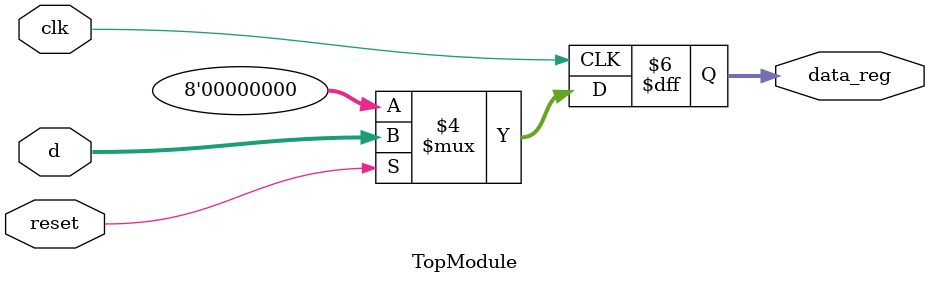
<source format=sv>
module TopModule (
    input logic clk,
    input logic reset,
    input logic [7:0] d,
    output logic [7:0] data_reg
);

    always @(posedge clk) begin
        if (reset == 1'b0) begin
            data_reg <= 8'b0;
        end else begin
            data_reg <= d;
        end
    end

endmodule
</source>
